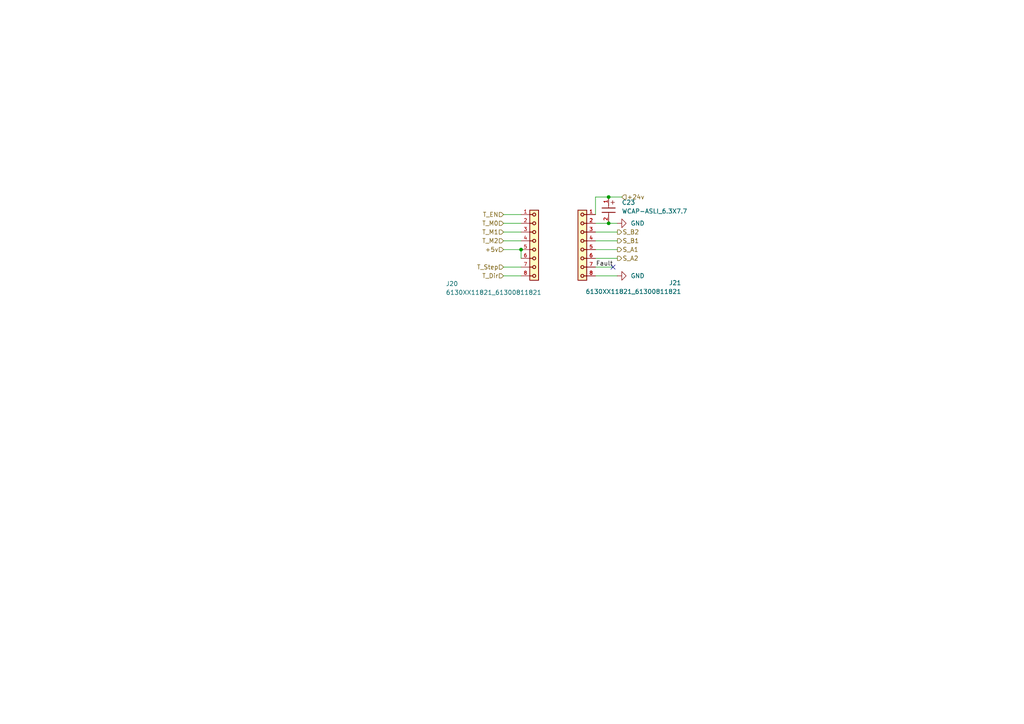
<source format=kicad_sch>
(kicad_sch (version 20250114) (generator "eeschema") (generator_version "9.0")
  (paper "A4")
  (title_block (title "DDRV8825"))
  (lib_symbols
    (symbol "6130XX11821_61300811821:6130XX11821_61300811821" (pin_names (offset 1.016))
      (property "Reference" "J" (at -10.16 -1.778 0))
      (property "Value" "6130XX11821_61300811821" (at -10.16 -5.08 0))
      (symbol "6130XX11821_61300811821_0_0"
        (rectangle (start -8.89 -2.54) (end 11.43 0) (stroke (width 0.254)) (fill (type background)))
        (circle (center -7.62 -1.27) (radius 0.4445) (stroke (width 0.254)))
        (polyline (pts (xy -7.62 -1.705) (xy -7.62 -2.54)) (stroke (width 0.254)))
        (circle (center -5.08 -1.27) (radius 0.4445) (stroke (width 0.254)))
        (polyline (pts (xy -5.08 -1.705) (xy -5.08 -2.54)) (stroke (width 0.254)))
        (circle (center -2.54 -1.27) (radius 0.4445) (stroke (width 0.254)))
        (polyline (pts (xy -2.54 -1.705) (xy -2.54 -2.54)) (stroke (width 0.254)))
        (circle (center 0 -1.27) (radius 0.4445) (stroke (width 0.254)))
        (polyline (pts (xy 0 -1.705) (xy 0 -2.54)) (stroke (width 0.254)))
        (circle (center 2.54 -1.27) (radius 0.4445) (stroke (width 0.254)))
        (polyline (pts (xy 2.54 -1.705) (xy 2.54 -2.54)) (stroke (width 0.254)))
        (circle (center 5.08 -1.27) (radius 0.4445) (stroke (width 0.254)))
        (polyline (pts (xy 5.08 -1.705) (xy 5.08 -2.54)) (stroke (width 0.254)))
        (circle (center 7.62 -1.27) (radius 0.4445) (stroke (width 0.254)))
        (polyline (pts (xy 7.62 -1.705) (xy 7.62 -2.54)) (stroke (width 0.254)))
        (circle (center 10.16 -1.27) (radius 0.4445) (stroke (width 0.254)))
        (polyline (pts (xy 10.16 -1.705) (xy 10.16 -2.54)) (stroke (width 0.254)))
        (pin passive line (at -7.62 -5.08 90) (length 2.54) (name "~") (number "1"))
        (pin passive line (at -5.08 -5.08 90) (length 2.54) (name "~") (number "2"))
        (pin passive line (at -2.54 -5.08 90) (length 2.54) (name "~") (number "3"))
        (pin passive line (at 0 -5.08 90) (length 2.54) (name "~") (number "4"))
        (pin passive line (at 2.54 -5.08 90) (length 2.54) (name "~") (number "5"))
        (pin passive line (at 5.08 -5.08 90) (length 2.54) (name "~") (number "6"))
        (pin passive line (at 7.62 -5.08 90) (length 2.54) (name "~") (number "7"))
        (pin passive line (at 10.16 -5.08 90) (length 2.54) (name "~") (number "8"))
      )
    )
    (symbol "WCAP-ASLI_6.3X7.7:WCAP-ASLI_6.3X7.7" (pin_names (offset 1.016))
      (property "Reference" "C" (at 1.175 3.38 0))
      (property "Value" "WCAP-ASLI_6.3X7.7" (at 0.915 -5.075 0))
      (symbol "WCAP-ASLI_6.3X7.7_0_0"
        (polyline (pts (xy 0 0) (xy 0.6426 0)) (stroke (width 0.1524)))
        (polyline (pts (xy 0.635 -1.905) (xy 0.635 1.905)) (stroke (width 0.254)))
        (polyline (pts (xy 1.905 1.905) (xy 1.905 -1.905)) (stroke (width 0.254)))
        (polyline (pts (xy 1.9279 0) (xy 2.5705 0)) (stroke (width 0.1524)))
        (text "+" (at 2.54 -1.905 0) (effects (font (size 1.4224 1.4224)) (justify left bottom)))
        (pin passive line (at -2.54 0 0) (length 2.54) (name "~") (number "2"))
        (pin passive line (at 5.08 0 180) (length 2.54) (name "~") (number "1"))
      )
    )
    (symbol "power:GND" (power) (pin_numbers (hide yes)) (pin_names (offset 0) (hide yes))
      (property "Value" "GND" (at 0 -3.81 0))
      (symbol "GND_0_1"
        (polyline (pts (xy 0 0) (xy 0 -1.27) (xy 1.27 -1.27) (xy 0 -2.54) (xy -1.27 -1.27) (xy 0 -1.27)))
      )
      (symbol "GND_1_1"
        (pin power_in line (at 0 0 270) (length 0) (name "~") (number "1"))
      )
    )
  )
  (junction (at 151.13 72.39))
  (junction (at 176.53 57.15))
  (junction (at 176.53 64.77))
  (no_connect (at 177.8 77.47))
  (wire (pts (xy 146.05 77.47) (xy 151.13 77.47)))
  (wire (pts (xy 172.72 62.23) (xy 172.72 57.15)))
  (wire (pts (xy 179.07 69.85) (xy 172.72 69.85)))
  (wire (pts (xy 151.13 72.39) (xy 151.13 74.93)))
  (wire (pts (xy 179.07 72.39) (xy 172.72 72.39)))
  (wire (pts (xy 146.05 72.39) (xy 151.13 72.39)))
  (wire (pts (xy 146.05 67.31) (xy 151.13 67.31)))
  (wire (pts (xy 176.53 64.77) (xy 179.07 64.77)))
  (wire (pts (xy 172.72 57.15) (xy 176.53 57.15)))
  (wire (pts (xy 176.53 57.15) (xy 180.34 57.15)))
  (wire (pts (xy 172.72 64.77) (xy 176.53 64.77)))
  (wire (pts (xy 179.07 67.31) (xy 172.72 67.31)))
  (wire (pts (xy 146.05 80.01) (xy 151.13 80.01)))
  (wire (pts (xy 179.07 80.01) (xy 172.72 80.01)))
  (wire (pts (xy 146.05 69.85) (xy 151.13 69.85)))
  (wire (pts (xy 179.07 74.93) (xy 172.72 74.93)))
  (wire (pts (xy 146.05 64.77) (xy 151.13 64.77)))
  (wire (pts (xy 146.05 62.23) (xy 151.13 62.23)))
  (wire (pts (xy 177.8 77.47) (xy 172.72 77.47)))
  (label "Fault" (at 177.8 77.47 180))
  (hierarchical_label "S_B1" (shape output) (at 179.07 69.85 0))
  (hierarchical_label "+5v" (shape input) (at 146.05 72.39 180))
  (hierarchical_label "+24v" (shape input) (at 180.34 57.15 0))
  (hierarchical_label "T_EN" (shape input) (at 146.05 62.23 180))
  (hierarchical_label "S_A1" (shape output) (at 179.07 72.39 0))
  (hierarchical_label "T_M2" (shape input) (at 146.05 69.85 180))
  (hierarchical_label "T_M0" (shape input) (at 146.05 64.77 180))
  (hierarchical_label "S_B2" (shape output) (at 179.07 67.31 0))
  (hierarchical_label "T_Dir" (shape input) (at 146.05 80.01 180))
  (hierarchical_label "S_A2" (shape output) (at 179.07 74.93 0))
  (hierarchical_label "T_M1" (shape input) (at 146.05 67.31 180))
  (hierarchical_label "T_Step" (shape input) (at 146.05 77.47 180))
  (symbol (lib_id "power:GND") (at 179.07 64.77 90) (unit 1)
    (property "Reference" "#PWR062" (effects (hide yes)))
    (property "Value" "GND" (at 182.88 64.7699 90) (effects (justify right)))
    (property "Description" "Power symbol creates a global label with name \"GND\" , ground" (effects (hide yes)))
  )
  (symbol (lib_id "power:GND") (at 179.07 80.01 90) (unit 1)
    (property "Reference" "#PWR063" (effects (hide yes)))
    (property "Value" "GND" (at 182.88 80.0099 90) (effects (justify right)))
    (property "Description" "Power symbol creates a global label with name \"GND\" , ground" (effects (hide yes)))
  )
  (symbol (lib_id "6130XX11821_61300811821:6130XX11821_61300811821") (at 156.21 69.85 270) (unit 1)
    (property "Reference" "J20" (at 129.286 82.296 90) (effects (justify left)))
    (property "Value" "6130XX11821_61300811821" (at 129.286 84.836 90) (effects (justify left)))
    (property "Footprint" "Custom Components:61300811821" (effects (hide yes)))
  )
  (symbol (lib_id "6130XX11821_61300811821:6130XX11821_61300811821") (at 167.64 69.85 90) (mirror x) (unit 1)
    (property "Reference" "J21" (at 197.612 82.042 90) (effects (justify left)))
    (property "Value" "6130XX11821_61300811821" (at 197.612 84.582 90) (effects (justify left)))
    (property "Footprint" "Custom Components:61300811821" (effects (hide yes)))
  )
  (symbol (lib_id "WCAP-ASLI_6.3X7.7:WCAP-ASLI_6.3X7.7") (at 176.53 62.23 90) (unit 1)
    (property "Reference" "C23" (at 180.34 58.723 90) (effects (justify right)))
    (property "Value" "WCAP-ASLI_6.3X7.7" (at 180.34 61.263 90) (effects (justify right)))
    (property "Footprint" "Custom Components:WCAP-ASLI_6.3X7.7_DXL_" (effects (hide yes)))
  )
)
</source>
